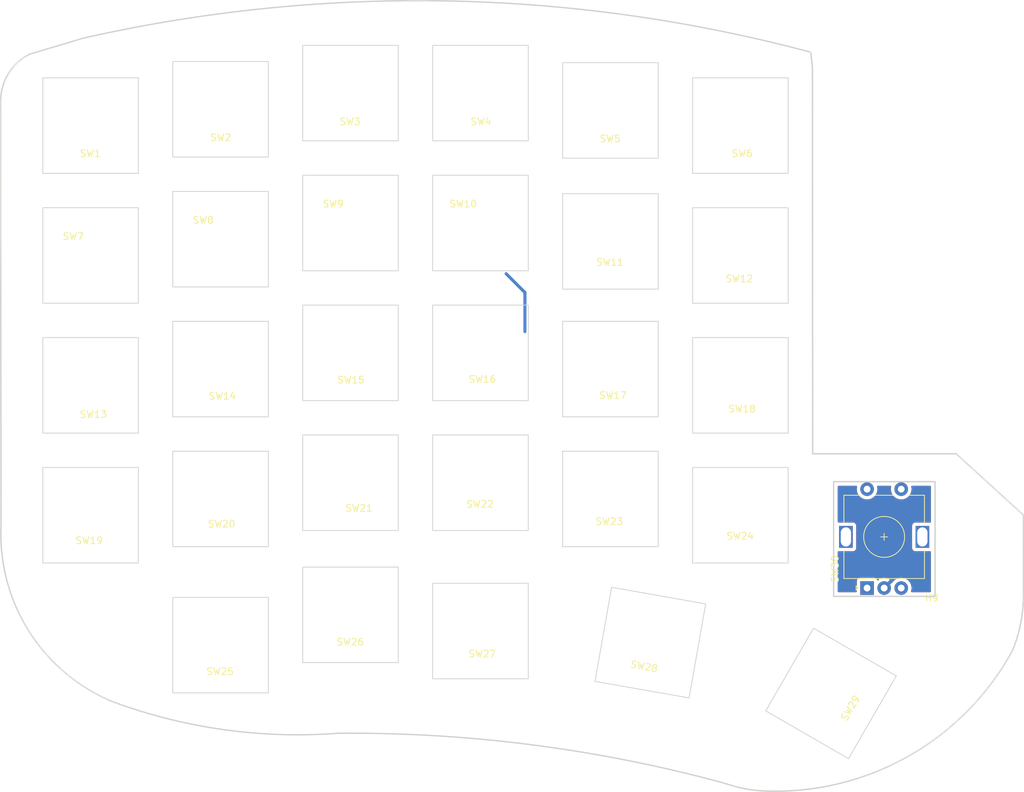
<source format=kicad_pcb>
(kicad_pcb (version 20171130) (host pcbnew 5.1.5+dfsg1-2build2)

  (general
    (thickness 1.6)
    (drawings 23)
    (tracks 2)
    (zones 0)
    (modules 35)
    (nets 7)
  )

  (page A4)
  (layers
    (0 F.Cu signal hide)
    (31 B.Cu signal hide)
    (32 B.Adhes user hide)
    (33 F.Adhes user hide)
    (34 B.Paste user hide)
    (35 F.Paste user hide)
    (36 B.SilkS user hide)
    (37 F.SilkS user hide)
    (38 B.Mask user hide)
    (39 F.Mask user hide)
    (40 Dwgs.User user hide)
    (41 Cmts.User user hide)
    (42 Eco1.User user hide)
    (43 Eco2.User user hide)
    (44 Edge.Cuts user)
    (45 Margin user hide)
    (46 B.CrtYd user hide)
    (47 F.CrtYd user hide)
    (48 B.Fab user hide)
    (49 F.Fab user hide)
  )

  (setup
    (last_trace_width 0.25)
    (user_trace_width 0.2)
    (user_trace_width 0.45)
    (trace_clearance 0.2)
    (zone_clearance 0.508)
    (zone_45_only no)
    (trace_min 0.2)
    (via_size 0.8)
    (via_drill 0.4)
    (via_min_size 0.4)
    (via_min_drill 0.3)
    (uvia_size 0.3)
    (uvia_drill 0.1)
    (uvias_allowed no)
    (uvia_min_size 0.2)
    (uvia_min_drill 0.1)
    (edge_width 0.05)
    (segment_width 0.2)
    (pcb_text_width 0.3)
    (pcb_text_size 1.5 1.5)
    (mod_edge_width 0.12)
    (mod_text_size 1 1)
    (mod_text_width 0.15)
    (pad_size 1.524 1.524)
    (pad_drill 0.762)
    (pad_to_mask_clearance 0.051)
    (solder_mask_min_width 0.25)
    (aux_axis_origin 0 0)
    (visible_elements FFFFFF7F)
    (pcbplotparams
      (layerselection 0x01000_7ffffffe)
      (usegerberextensions false)
      (usegerberattributes false)
      (usegerberadvancedattributes false)
      (creategerberjobfile false)
      (excludeedgelayer true)
      (linewidth 0.100000)
      (plotframeref false)
      (viasonmask false)
      (mode 1)
      (useauxorigin false)
      (hpglpennumber 1)
      (hpglpenspeed 20)
      (hpglpendiameter 15.000000)
      (psnegative false)
      (psa4output false)
      (plotreference true)
      (plotvalue true)
      (plotinvisibletext false)
      (padsonsilk false)
      (subtractmaskfromsilk false)
      (outputformat 4)
      (mirror false)
      (drillshape 0)
      (scaleselection 1)
      (outputdirectory "/home/thys/Public/"))
  )

  (net 0 "")
  (net 1 GND)
  (net 2 col3)
  (net 3 col5)
  (net 4 ROT1A)
  (net 5 ROT1B)
  (net 6 "Net-(D30-Pad2)")

  (net_class Default "This is the default net class."
    (clearance 0.2)
    (trace_width 0.25)
    (via_dia 0.8)
    (via_drill 0.4)
    (uvia_dia 0.3)
    (uvia_drill 0.1)
    (add_net GND)
    (add_net "Net-(D30-Pad2)")
    (add_net ROT1A)
    (add_net ROT1B)
    (add_net col3)
    (add_net col5)
  )

  (module MountingHole:MountingHole_3.2mm_M3 (layer F.Cu) (tedit 56D1B4CB) (tstamp 60088A2E)
    (at 93.878 82.6008)
    (descr "Mounting Hole 3.2mm, no annular, M3")
    (tags "mounting hole 3.2mm no annular m3")
    (path /5FCC98F9)
    (attr virtual)
    (fp_text reference H2 (at 0 -4.2) (layer F.SilkS) hide
      (effects (font (size 1 1) (thickness 0.15)))
    )
    (fp_text value MountingHole (at 0 4.2) (layer F.Fab)
      (effects (font (size 1 1) (thickness 0.15)))
    )
    (fp_circle (center 0 0) (end 3.45 0) (layer F.CrtYd) (width 0.05))
    (fp_circle (center 0 0) (end 3.2 0) (layer Cmts.User) (width 0.15))
    (fp_text user %R (at 0.3 0) (layer F.Fab)
      (effects (font (size 1 1) (thickness 0.15)))
    )
    (pad 1 np_thru_hole circle (at 0 0) (size 3.2 3.2) (drill 3.2) (layers *.Cu *.Mask))
  )

  (module MountingHole:MountingHole_3.2mm_M3 (layer F.Cu) (tedit 56D1B4CB) (tstamp 60088A6E)
    (at 131.064 83.4644)
    (descr "Mounting Hole 3.2mm, no annular, M3")
    (tags "mounting hole 3.2mm no annular m3")
    (path /5F2D6814)
    (attr virtual)
    (fp_text reference H6 (at 0 -4.2) (layer F.SilkS) hide
      (effects (font (size 1 1) (thickness 0.15)))
    )
    (fp_text value MountingHole (at 0 4.2) (layer F.Fab)
      (effects (font (size 1 1) (thickness 0.15)))
    )
    (fp_circle (center 0 0) (end 3.45 0) (layer F.CrtYd) (width 0.05))
    (fp_circle (center 0 0) (end 3.2 0) (layer Cmts.User) (width 0.15))
    (fp_text user %R (at 0.3 0) (layer F.Fab)
      (effects (font (size 1 1) (thickness 0.15)))
    )
    (pad 1 np_thru_hole circle (at 0 0) (size 3.2 3.2) (drill 3.2) (layers *.Cu *.Mask))
  )

  (module MountingHole:MountingHole_3.2mm_M3 (layer F.Cu) (tedit 56D1B4CB) (tstamp 601247D7)
    (at 172.491 109.652)
    (descr "Mounting Hole 3.2mm, no annular, M3")
    (tags "mounting hole 3.2mm no annular m3")
    (path /5FCC948E)
    (attr virtual)
    (fp_text reference H3 (at 0 -4.2) (layer F.SilkS) hide
      (effects (font (size 1 1) (thickness 0.15)))
    )
    (fp_text value MountingHole (at 0 4.2) (layer F.Fab)
      (effects (font (size 1 1) (thickness 0.15)))
    )
    (fp_circle (center 0 0) (end 3.45 0) (layer F.CrtYd) (width 0.05))
    (fp_circle (center 0 0) (end 3.2 0) (layer Cmts.User) (width 0.15))
    (fp_text user %R (at 0.3 0) (layer F.Fab)
      (effects (font (size 1 1) (thickness 0.15)))
    )
    (pad 1 np_thru_hole circle (at 0 0) (size 3.2 3.2) (drill 3.2) (layers *.Cu *.Mask))
  )

  (module Rotary_Encoder:RotaryEncoder_Alps_EC11E-Switch_Vertical_H20mm (layer F.Cu) (tedit 5A74C8CB) (tstamp 600A05FF)
    (at 178.765 126.67 90)
    (descr "Alps rotary encoder, EC12E... with switch, vertical shaft, http://www.alps.com/prod/info/E/HTML/Encoder/Incremental/EC11/EC11E15204A3.html")
    (tags "rotary encoder")
    (path /5FA58DF0)
    (fp_text reference SW30 (at 2.8 -4.7 90) (layer F.SilkS)
      (effects (font (size 1 1) (thickness 0.15)))
    )
    (fp_text value Rotary_Encoder_Switch (at 7.5 10.4 90) (layer F.Fab)
      (effects (font (size 1 1) (thickness 0.15)))
    )
    (fp_circle (center 7.5 2.5) (end 10.5 2.5) (layer F.Fab) (width 0.12))
    (fp_circle (center 7.5 2.5) (end 10.5 2.5) (layer F.SilkS) (width 0.12))
    (fp_line (start 16 9.6) (end -1.5 9.6) (layer F.CrtYd) (width 0.05))
    (fp_line (start 16 9.6) (end 16 -4.6) (layer F.CrtYd) (width 0.05))
    (fp_line (start -1.5 -4.6) (end -1.5 9.6) (layer F.CrtYd) (width 0.05))
    (fp_line (start -1.5 -4.6) (end 16 -4.6) (layer F.CrtYd) (width 0.05))
    (fp_line (start 2.5 -3.3) (end 13.5 -3.3) (layer F.Fab) (width 0.12))
    (fp_line (start 13.5 -3.3) (end 13.5 8.3) (layer F.Fab) (width 0.12))
    (fp_line (start 13.5 8.3) (end 1.5 8.3) (layer F.Fab) (width 0.12))
    (fp_line (start 1.5 8.3) (end 1.5 -2.2) (layer F.Fab) (width 0.12))
    (fp_line (start 1.5 -2.2) (end 2.5 -3.3) (layer F.Fab) (width 0.12))
    (fp_line (start 9.5 -3.4) (end 13.6 -3.4) (layer F.SilkS) (width 0.12))
    (fp_line (start 13.6 8.4) (end 9.5 8.4) (layer F.SilkS) (width 0.12))
    (fp_line (start 5.5 8.4) (end 1.4 8.4) (layer F.SilkS) (width 0.12))
    (fp_line (start 5.5 -3.4) (end 1.4 -3.4) (layer F.SilkS) (width 0.12))
    (fp_line (start 1.4 -3.4) (end 1.4 8.4) (layer F.SilkS) (width 0.12))
    (fp_line (start 0 -1.3) (end -0.3 -1.6) (layer F.SilkS) (width 0.12))
    (fp_line (start -0.3 -1.6) (end 0.3 -1.6) (layer F.SilkS) (width 0.12))
    (fp_line (start 0.3 -1.6) (end 0 -1.3) (layer F.SilkS) (width 0.12))
    (fp_line (start 7.5 -0.5) (end 7.5 5.5) (layer F.Fab) (width 0.12))
    (fp_line (start 4.5 2.5) (end 10.5 2.5) (layer F.Fab) (width 0.12))
    (fp_line (start 13.6 -3.4) (end 13.6 -1) (layer F.SilkS) (width 0.12))
    (fp_line (start 13.6 1.2) (end 13.6 3.8) (layer F.SilkS) (width 0.12))
    (fp_line (start 13.6 6) (end 13.6 8.4) (layer F.SilkS) (width 0.12))
    (fp_line (start 7.5 2) (end 7.5 3) (layer F.SilkS) (width 0.12))
    (fp_line (start 7 2.5) (end 8 2.5) (layer F.SilkS) (width 0.12))
    (fp_text user %R (at 11.1 6.3 90) (layer F.Fab)
      (effects (font (size 1 1) (thickness 0.15)))
    )
    (pad A thru_hole rect (at 0 0 90) (size 2 2) (drill 1) (layers *.Cu *.Mask)
      (net 4 ROT1A))
    (pad C thru_hole circle (at 0 2.5 90) (size 2 2) (drill 1) (layers *.Cu *.Mask)
      (net 1 GND))
    (pad B thru_hole circle (at 0 5 90) (size 2 2) (drill 1) (layers *.Cu *.Mask)
      (net 5 ROT1B))
    (pad MP thru_hole rect (at 7.5 -3.1 90) (size 3.2 2) (drill oval 2.8 1.5) (layers *.Cu *.Mask))
    (pad MP thru_hole rect (at 7.5 8.1 90) (size 3.2 2) (drill oval 2.8 1.5) (layers *.Cu *.Mask))
    (pad S2 thru_hole circle (at 14.5 0 90) (size 2 2) (drill 1) (layers *.Cu *.Mask)
      (net 3 col5))
    (pad S1 thru_hole circle (at 14.5 5 90) (size 2 2) (drill 1) (layers *.Cu *.Mask)
      (net 6 "Net-(D30-Pad2)"))
    (model ${KISYS3DMOD}/Rotary_Encoder.3dshapes/RotaryEncoder_Alps_EC11E-Switch_Vertical_H20mm.wrl
      (at (xyz 0 0 0))
      (scale (xyz 1 1 1))
      (rotate (xyz 0 0 0))
    )
  )

  (module foostan:SW_Hole (layer F.Cu) (tedit 5F1B7F65) (tstamp 600A0B75)
    (at 65.009 58.8726)
    (path /5F1DDE0C)
    (fp_text reference SW1 (at -0.0358 4.094) (layer F.SilkS)
      (effects (font (size 1 1) (thickness 0.15)))
    )
    (fp_text value ESC (at -2.54 12.954) (layer F.Fab)
      (effects (font (size 1 1) (thickness 0.15)))
    )
    (fp_line (start 7 -7) (end -7 -7) (layer Edge.Cuts) (width 0.12))
    (fp_line (start 7 7) (end 7 -7) (layer Edge.Cuts) (width 0.12))
    (fp_line (start -7 7) (end 7 7) (layer Edge.Cuts) (width 0.12))
    (fp_line (start -7 -7) (end -7 7) (layer Edge.Cuts) (width 0.12))
    (fp_line (start 9.525 -9.525) (end -9.525 -9.525) (layer F.Fab) (width 0.15))
    (fp_line (start -9.525 -9.525) (end -9.525 9.525) (layer F.Fab) (width 0.15))
    (fp_line (start -9.525 9.525) (end 9.525 9.525) (layer F.Fab) (width 0.15))
    (fp_line (start 9.525 9.525) (end 9.525 -9.525) (layer F.Fab) (width 0.15))
    (fp_text user %R (at -2.54 -2.794) (layer F.Fab)
      (effects (font (size 1 1) (thickness 0.15)))
    )
  )

  (module foostan:SW_Hole (layer F.Cu) (tedit 5F1B7F65) (tstamp 600A078E)
    (at 173.482 142.113 60)
    (path /601D1E48)
    (fp_text reference SW29 (at -0.447349 3.543169 60) (layer F.SilkS)
      (effects (font (size 1 1) (thickness 0.15)))
    )
    (fp_text value C (at -2.54 12.954 60) (layer F.Fab)
      (effects (font (size 1 1) (thickness 0.15)))
    )
    (fp_line (start 7 -7) (end -7 -7) (layer Edge.Cuts) (width 0.12))
    (fp_line (start 7 7) (end 7 -7) (layer Edge.Cuts) (width 0.12))
    (fp_line (start -7 7) (end 7 7) (layer Edge.Cuts) (width 0.12))
    (fp_line (start -7 -7) (end -7 7) (layer Edge.Cuts) (width 0.12))
    (fp_line (start 9.525 -9.525) (end -9.525 -9.525) (layer F.Fab) (width 0.15))
    (fp_line (start -9.525 -9.525) (end -9.525 9.525) (layer F.Fab) (width 0.15))
    (fp_line (start -9.525 9.525) (end 9.525 9.525) (layer F.Fab) (width 0.15))
    (fp_line (start 9.525 9.525) (end 9.525 -9.525) (layer F.Fab) (width 0.15))
    (fp_text user %R (at -2.54 -2.794 60) (layer F.Fab)
      (effects (font (size 1 1) (thickness 0.15)))
    )
  )

  (module foostan:SW_Hole (layer F.Cu) (tedit 5F1B7F65) (tstamp 600A07D9)
    (at 147.015 134.671 350)
    (path /601D16BF)
    (fp_text reference SW28 (at -0.291674 3.6105 170) (layer F.SilkS)
      (effects (font (size 1 1) (thickness 0.15)))
    )
    (fp_text value X (at -2.54 12.954 170) (layer F.Fab)
      (effects (font (size 1 1) (thickness 0.15)))
    )
    (fp_line (start 7 -7) (end -7 -7) (layer Edge.Cuts) (width 0.12))
    (fp_line (start 7 7) (end 7 -7) (layer Edge.Cuts) (width 0.12))
    (fp_line (start -7 7) (end 7 7) (layer Edge.Cuts) (width 0.12))
    (fp_line (start -7 -7) (end -7 7) (layer Edge.Cuts) (width 0.12))
    (fp_line (start 9.525 -9.525) (end -9.525 -9.525) (layer F.Fab) (width 0.15))
    (fp_line (start -9.525 -9.525) (end -9.525 9.525) (layer F.Fab) (width 0.15))
    (fp_line (start -9.525 9.525) (end 9.525 9.525) (layer F.Fab) (width 0.15))
    (fp_line (start 9.525 9.525) (end 9.525 -9.525) (layer F.Fab) (width 0.15))
    (fp_text user %R (at -2.54 -2.794 170) (layer F.Fab)
      (effects (font (size 1 1) (thickness 0.15)))
    )
  )

  (module foostan:SW_Hole (layer F.Cu) (tedit 5F1B7F65) (tstamp 600A0743)
    (at 122.129 132.973)
    (path /5F1EF16D)
    (fp_text reference SW27 (at 0.2482 3.3488) (layer F.SilkS)
      (effects (font (size 1 1) (thickness 0.15)))
    )
    (fp_text value ALT (at -2.54 12.954) (layer F.Fab)
      (effects (font (size 1 1) (thickness 0.15)))
    )
    (fp_line (start 7 -7) (end -7 -7) (layer Edge.Cuts) (width 0.12))
    (fp_line (start 7 7) (end 7 -7) (layer Edge.Cuts) (width 0.12))
    (fp_line (start -7 7) (end 7 7) (layer Edge.Cuts) (width 0.12))
    (fp_line (start -7 -7) (end -7 7) (layer Edge.Cuts) (width 0.12))
    (fp_line (start 9.525 -9.525) (end -9.525 -9.525) (layer F.Fab) (width 0.15))
    (fp_line (start -9.525 -9.525) (end -9.525 9.525) (layer F.Fab) (width 0.15))
    (fp_line (start -9.525 9.525) (end 9.525 9.525) (layer F.Fab) (width 0.15))
    (fp_line (start 9.525 9.525) (end 9.525 -9.525) (layer F.Fab) (width 0.15))
    (fp_text user %R (at -2.54 -2.794) (layer F.Fab)
      (effects (font (size 1 1) (thickness 0.15)))
    )
  )

  (module foostan:SW_Hole (layer F.Cu) (tedit 5F1B7F65) (tstamp 600A0CA1)
    (at 103.089 130.593)
    (path /5F1EB752)
    (fp_text reference SW26 (at -0.0412 4.0016) (layer F.SilkS)
      (effects (font (size 1 1) (thickness 0.15)))
    )
    (fp_text value SUPER (at -2.54 12.954) (layer F.Fab)
      (effects (font (size 1 1) (thickness 0.15)))
    )
    (fp_line (start 7 -7) (end -7 -7) (layer Edge.Cuts) (width 0.12))
    (fp_line (start 7 7) (end 7 -7) (layer Edge.Cuts) (width 0.12))
    (fp_line (start -7 7) (end 7 7) (layer Edge.Cuts) (width 0.12))
    (fp_line (start -7 -7) (end -7 7) (layer Edge.Cuts) (width 0.12))
    (fp_line (start 9.525 -9.525) (end -9.525 -9.525) (layer F.Fab) (width 0.15))
    (fp_line (start -9.525 -9.525) (end -9.525 9.525) (layer F.Fab) (width 0.15))
    (fp_line (start -9.525 9.525) (end 9.525 9.525) (layer F.Fab) (width 0.15))
    (fp_line (start 9.525 9.525) (end 9.525 -9.525) (layer F.Fab) (width 0.15))
    (fp_text user %R (at -2.54 -2.794) (layer F.Fab)
      (effects (font (size 1 1) (thickness 0.15)))
    )
  )

  (module foostan:SW_Hole (layer F.Cu) (tedit 5F1B7F65) (tstamp 600A05A8)
    (at 84.049 135.033)
    (path /5F1E0EE4)
    (fp_text reference SW25 (at -0.0766 3.8796) (layer F.SilkS)
      (effects (font (size 1 1) (thickness 0.15)))
    )
    (fp_text value CTRL (at -2.54 12.954) (layer F.Fab)
      (effects (font (size 1 1) (thickness 0.15)))
    )
    (fp_line (start 7 -7) (end -7 -7) (layer Edge.Cuts) (width 0.12))
    (fp_line (start 7 7) (end 7 -7) (layer Edge.Cuts) (width 0.12))
    (fp_line (start -7 7) (end 7 7) (layer Edge.Cuts) (width 0.12))
    (fp_line (start -7 -7) (end -7 7) (layer Edge.Cuts) (width 0.12))
    (fp_line (start 9.525 -9.525) (end -9.525 -9.525) (layer F.Fab) (width 0.15))
    (fp_line (start -9.525 -9.525) (end -9.525 9.525) (layer F.Fab) (width 0.15))
    (fp_line (start -9.525 9.525) (end 9.525 9.525) (layer F.Fab) (width 0.15))
    (fp_line (start 9.525 9.525) (end 9.525 -9.525) (layer F.Fab) (width 0.15))
    (fp_text user %R (at -2.54 -2.794) (layer F.Fab)
      (effects (font (size 1 1) (thickness 0.15)))
    )
  )

  (module foostan:SW_Hole (layer F.Cu) (tedit 5F1B7F65) (tstamp 600A04C7)
    (at 160.209 115.993)
    (path /5F1F4F57)
    (fp_text reference SW24 (at -0.0366 3.0568) (layer F.SilkS)
      (effects (font (size 1 1) (thickness 0.15)))
    )
    (fp_text value V (at -2.54 12.954) (layer F.Fab)
      (effects (font (size 1 1) (thickness 0.15)))
    )
    (fp_line (start 7 -7) (end -7 -7) (layer Edge.Cuts) (width 0.12))
    (fp_line (start 7 7) (end 7 -7) (layer Edge.Cuts) (width 0.12))
    (fp_line (start -7 7) (end 7 7) (layer Edge.Cuts) (width 0.12))
    (fp_line (start -7 -7) (end -7 7) (layer Edge.Cuts) (width 0.12))
    (fp_line (start 9.525 -9.525) (end -9.525 -9.525) (layer F.Fab) (width 0.15))
    (fp_line (start -9.525 -9.525) (end -9.525 9.525) (layer F.Fab) (width 0.15))
    (fp_line (start -9.525 9.525) (end 9.525 9.525) (layer F.Fab) (width 0.15))
    (fp_line (start 9.525 9.525) (end 9.525 -9.525) (layer F.Fab) (width 0.15))
    (fp_text user %R (at -2.54 -2.794) (layer F.Fab)
      (effects (font (size 1 1) (thickness 0.15)))
    )
  )

  (module foostan:SW_Hole (layer F.Cu) (tedit 5F1B7F65) (tstamp 600A047C)
    (at 141.169 113.613)
    (path /5F1F31F3)
    (fp_text reference SW23 (at -0.1736 3.3032) (layer F.SilkS)
      (effects (font (size 1 1) (thickness 0.15)))
    )
    (fp_text value C (at -2.54 12.954) (layer F.Fab)
      (effects (font (size 1 1) (thickness 0.15)))
    )
    (fp_line (start 7 -7) (end -7 -7) (layer Edge.Cuts) (width 0.12))
    (fp_line (start 7 7) (end 7 -7) (layer Edge.Cuts) (width 0.12))
    (fp_line (start -7 7) (end 7 7) (layer Edge.Cuts) (width 0.12))
    (fp_line (start -7 -7) (end -7 7) (layer Edge.Cuts) (width 0.12))
    (fp_line (start 9.525 -9.525) (end -9.525 -9.525) (layer F.Fab) (width 0.15))
    (fp_line (start -9.525 -9.525) (end -9.525 9.525) (layer F.Fab) (width 0.15))
    (fp_line (start -9.525 9.525) (end 9.525 9.525) (layer F.Fab) (width 0.15))
    (fp_line (start 9.525 9.525) (end 9.525 -9.525) (layer F.Fab) (width 0.15))
    (fp_text user %R (at -2.54 -2.794) (layer F.Fab)
      (effects (font (size 1 1) (thickness 0.15)))
    )
  )

  (module foostan:SW_Hole (layer F.Cu) (tedit 5F1B7F65) (tstamp 600A0512)
    (at 122.129 111.233)
    (path /5F1F152F)
    (fp_text reference SW22 (at -0.082 3.1432) (layer F.SilkS)
      (effects (font (size 1 1) (thickness 0.15)))
    )
    (fp_text value X (at -2.54 12.954) (layer F.Fab)
      (effects (font (size 1 1) (thickness 0.15)))
    )
    (fp_line (start 7 -7) (end -7 -7) (layer Edge.Cuts) (width 0.12))
    (fp_line (start 7 7) (end 7 -7) (layer Edge.Cuts) (width 0.12))
    (fp_line (start -7 7) (end 7 7) (layer Edge.Cuts) (width 0.12))
    (fp_line (start -7 -7) (end -7 7) (layer Edge.Cuts) (width 0.12))
    (fp_line (start 9.525 -9.525) (end -9.525 -9.525) (layer F.Fab) (width 0.15))
    (fp_line (start -9.525 -9.525) (end -9.525 9.525) (layer F.Fab) (width 0.15))
    (fp_line (start -9.525 9.525) (end 9.525 9.525) (layer F.Fab) (width 0.15))
    (fp_line (start 9.525 9.525) (end 9.525 -9.525) (layer F.Fab) (width 0.15))
    (fp_text user %R (at -2.54 -2.794) (layer F.Fab)
      (effects (font (size 1 1) (thickness 0.15)))
    )
  )

  (module foostan:SW_Hole (layer F.Cu) (tedit 5F1B7F65) (tstamp 600A06AD)
    (at 103.089 111.233)
    (path /5F1EF167)
    (fp_text reference SW21 (at 1.2288 3.7274) (layer F.SilkS)
      (effects (font (size 1 1) (thickness 0.15)))
    )
    (fp_text value Z (at -2.54 12.954) (layer F.Fab)
      (effects (font (size 1 1) (thickness 0.15)))
    )
    (fp_line (start 7 -7) (end -7 -7) (layer Edge.Cuts) (width 0.12))
    (fp_line (start 7 7) (end 7 -7) (layer Edge.Cuts) (width 0.12))
    (fp_line (start -7 7) (end 7 7) (layer Edge.Cuts) (width 0.12))
    (fp_line (start -7 -7) (end -7 7) (layer Edge.Cuts) (width 0.12))
    (fp_line (start 9.525 -9.525) (end -9.525 -9.525) (layer F.Fab) (width 0.15))
    (fp_line (start -9.525 -9.525) (end -9.525 9.525) (layer F.Fab) (width 0.15))
    (fp_line (start -9.525 9.525) (end 9.525 9.525) (layer F.Fab) (width 0.15))
    (fp_line (start 9.525 9.525) (end 9.525 -9.525) (layer F.Fab) (width 0.15))
    (fp_text user %R (at -2.54 -2.794) (layer F.Fab)
      (effects (font (size 1 1) (thickness 0.15)))
    )
  )

  (module foostan:SW_Hole (layer F.Cu) (tedit 5F1B7F65) (tstamp 600A0905)
    (at 84.049 113.613)
    (path /5F1EB74C)
    (fp_text reference SW20 (at 0.152 3.6588) (layer F.SilkS)
      (effects (font (size 1 1) (thickness 0.15)))
    )
    (fp_text value < (at -2.54 12.954) (layer F.Fab)
      (effects (font (size 1 1) (thickness 0.15)))
    )
    (fp_line (start 7 -7) (end -7 -7) (layer Edge.Cuts) (width 0.12))
    (fp_line (start 7 7) (end 7 -7) (layer Edge.Cuts) (width 0.12))
    (fp_line (start -7 7) (end 7 7) (layer Edge.Cuts) (width 0.12))
    (fp_line (start -7 -7) (end -7 7) (layer Edge.Cuts) (width 0.12))
    (fp_line (start 9.525 -9.525) (end -9.525 -9.525) (layer F.Fab) (width 0.15))
    (fp_line (start -9.525 -9.525) (end -9.525 9.525) (layer F.Fab) (width 0.15))
    (fp_line (start -9.525 9.525) (end 9.525 9.525) (layer F.Fab) (width 0.15))
    (fp_line (start 9.525 9.525) (end 9.525 -9.525) (layer F.Fab) (width 0.15))
    (fp_text user %R (at -2.54 -2.794) (layer F.Fab)
      (effects (font (size 1 1) (thickness 0.15)))
    )
  )

  (module foostan:SW_Hole (layer F.Cu) (tedit 5F1B7F65) (tstamp 600A0D37)
    (at 65.009 115.993)
    (path /5F1E0C41)
    (fp_text reference SW19 (at -0.2136 3.7172) (layer F.SilkS)
      (effects (font (size 1 1) (thickness 0.15)))
    )
    (fp_text value SHIFT (at -2.54 12.954) (layer F.Fab)
      (effects (font (size 1 1) (thickness 0.15)))
    )
    (fp_line (start 7 -7) (end -7 -7) (layer Edge.Cuts) (width 0.12))
    (fp_line (start 7 7) (end 7 -7) (layer Edge.Cuts) (width 0.12))
    (fp_line (start -7 7) (end 7 7) (layer Edge.Cuts) (width 0.12))
    (fp_line (start -7 -7) (end -7 7) (layer Edge.Cuts) (width 0.12))
    (fp_line (start 9.525 -9.525) (end -9.525 -9.525) (layer F.Fab) (width 0.15))
    (fp_line (start -9.525 -9.525) (end -9.525 9.525) (layer F.Fab) (width 0.15))
    (fp_line (start -9.525 9.525) (end 9.525 9.525) (layer F.Fab) (width 0.15))
    (fp_line (start 9.525 9.525) (end 9.525 -9.525) (layer F.Fab) (width 0.15))
    (fp_text user %R (at -2.54 -2.794) (layer F.Fab)
      (effects (font (size 1 1) (thickness 0.15)))
    )
  )

  (module foostan:SW_Hole (layer F.Cu) (tedit 5F1B7F65) (tstamp 600A0B2A)
    (at 160.209 96.9526)
    (path /5F1F4F51)
    (fp_text reference SW18 (at 0.2428 3.4536) (layer F.SilkS)
      (effects (font (size 1 1) (thickness 0.15)))
    )
    (fp_text value G (at -2.54 12.954) (layer F.Fab)
      (effects (font (size 1 1) (thickness 0.15)))
    )
    (fp_line (start 7 -7) (end -7 -7) (layer Edge.Cuts) (width 0.12))
    (fp_line (start 7 7) (end 7 -7) (layer Edge.Cuts) (width 0.12))
    (fp_line (start -7 7) (end 7 7) (layer Edge.Cuts) (width 0.12))
    (fp_line (start -7 -7) (end -7 7) (layer Edge.Cuts) (width 0.12))
    (fp_line (start 9.525 -9.525) (end -9.525 -9.525) (layer F.Fab) (width 0.15))
    (fp_line (start -9.525 -9.525) (end -9.525 9.525) (layer F.Fab) (width 0.15))
    (fp_line (start -9.525 9.525) (end 9.525 9.525) (layer F.Fab) (width 0.15))
    (fp_line (start 9.525 9.525) (end 9.525 -9.525) (layer F.Fab) (width 0.15))
    (fp_text user %R (at -2.54 -2.794) (layer F.Fab)
      (effects (font (size 1 1) (thickness 0.15)))
    )
  )

  (module foostan:SW_Hole (layer F.Cu) (tedit 5F1B7F65) (tstamp 600A086F)
    (at 141.169 94.5726)
    (path /5F1F31ED)
    (fp_text reference SW17 (at 0.3598 3.8524) (layer F.SilkS)
      (effects (font (size 1 1) (thickness 0.15)))
    )
    (fp_text value F (at -2.54 12.954) (layer F.Fab)
      (effects (font (size 1 1) (thickness 0.15)))
    )
    (fp_line (start 7 -7) (end -7 -7) (layer Edge.Cuts) (width 0.12))
    (fp_line (start 7 7) (end 7 -7) (layer Edge.Cuts) (width 0.12))
    (fp_line (start -7 7) (end 7 7) (layer Edge.Cuts) (width 0.12))
    (fp_line (start -7 -7) (end -7 7) (layer Edge.Cuts) (width 0.12))
    (fp_line (start 9.525 -9.525) (end -9.525 -9.525) (layer F.Fab) (width 0.15))
    (fp_line (start -9.525 -9.525) (end -9.525 9.525) (layer F.Fab) (width 0.15))
    (fp_line (start -9.525 9.525) (end 9.525 9.525) (layer F.Fab) (width 0.15))
    (fp_line (start 9.525 9.525) (end 9.525 -9.525) (layer F.Fab) (width 0.15))
    (fp_text user %R (at -2.54 -2.794) (layer F.Fab)
      (effects (font (size 1 1) (thickness 0.15)))
    )
  )

  (module foostan:SW_Hole (layer F.Cu) (tedit 5F1B7F65) (tstamp 600A0950)
    (at 122.129 92.1926)
    (path /5F1F1529)
    (fp_text reference SW16 (at 0.2736 3.8702) (layer F.SilkS)
      (effects (font (size 1 1) (thickness 0.15)))
    )
    (fp_text value D (at -2.54 12.954) (layer F.Fab)
      (effects (font (size 1 1) (thickness 0.15)))
    )
    (fp_line (start 7 -7) (end -7 -7) (layer Edge.Cuts) (width 0.12))
    (fp_line (start 7 7) (end 7 -7) (layer Edge.Cuts) (width 0.12))
    (fp_line (start -7 7) (end 7 7) (layer Edge.Cuts) (width 0.12))
    (fp_line (start -7 -7) (end -7 7) (layer Edge.Cuts) (width 0.12))
    (fp_line (start 9.525 -9.525) (end -9.525 -9.525) (layer F.Fab) (width 0.15))
    (fp_line (start -9.525 -9.525) (end -9.525 9.525) (layer F.Fab) (width 0.15))
    (fp_line (start -9.525 9.525) (end 9.525 9.525) (layer F.Fab) (width 0.15))
    (fp_line (start 9.525 9.525) (end 9.525 -9.525) (layer F.Fab) (width 0.15))
    (fp_text user %R (at -2.54 -2.794) (layer F.Fab)
      (effects (font (size 1 1) (thickness 0.15)))
    )
  )

  (module foostan:SW_Hole (layer F.Cu) (tedit 5F1B7F65) (tstamp 600A0C56)
    (at 103.089 92.1926)
    (path /5F1EF161)
    (fp_text reference SW15 (at 0.0604 3.9718) (layer F.SilkS)
      (effects (font (size 1 1) (thickness 0.15)))
    )
    (fp_text value S (at -2.54 12.954) (layer F.Fab)
      (effects (font (size 1 1) (thickness 0.15)))
    )
    (fp_line (start 7 -7) (end -7 -7) (layer Edge.Cuts) (width 0.12))
    (fp_line (start 7 7) (end 7 -7) (layer Edge.Cuts) (width 0.12))
    (fp_line (start -7 7) (end 7 7) (layer Edge.Cuts) (width 0.12))
    (fp_line (start -7 -7) (end -7 7) (layer Edge.Cuts) (width 0.12))
    (fp_line (start 9.525 -9.525) (end -9.525 -9.525) (layer F.Fab) (width 0.15))
    (fp_line (start -9.525 -9.525) (end -9.525 9.525) (layer F.Fab) (width 0.15))
    (fp_line (start -9.525 9.525) (end 9.525 9.525) (layer F.Fab) (width 0.15))
    (fp_line (start 9.525 9.525) (end 9.525 -9.525) (layer F.Fab) (width 0.15))
    (fp_text user %R (at -2.54 -2.794) (layer F.Fab)
      (effects (font (size 1 1) (thickness 0.15)))
    )
  )

  (module foostan:SW_Hole (layer F.Cu) (tedit 5F1B7F65) (tstamp 600A0C0B)
    (at 84.049 94.5726)
    (path /5F1EB746)
    (fp_text reference SW14 (at 0.279 3.954) (layer F.SilkS)
      (effects (font (size 1 1) (thickness 0.15)))
    )
    (fp_text value A (at -2.54 12.954) (layer F.Fab)
      (effects (font (size 1 1) (thickness 0.15)))
    )
    (fp_line (start 7 -7) (end -7 -7) (layer Edge.Cuts) (width 0.12))
    (fp_line (start 7 7) (end 7 -7) (layer Edge.Cuts) (width 0.12))
    (fp_line (start -7 7) (end 7 7) (layer Edge.Cuts) (width 0.12))
    (fp_line (start -7 -7) (end -7 7) (layer Edge.Cuts) (width 0.12))
    (fp_line (start 9.525 -9.525) (end -9.525 -9.525) (layer F.Fab) (width 0.15))
    (fp_line (start -9.525 -9.525) (end -9.525 9.525) (layer F.Fab) (width 0.15))
    (fp_line (start -9.525 9.525) (end 9.525 9.525) (layer F.Fab) (width 0.15))
    (fp_line (start 9.525 9.525) (end 9.525 -9.525) (layer F.Fab) (width 0.15))
    (fp_text user %R (at -2.54 -2.794) (layer F.Fab)
      (effects (font (size 1 1) (thickness 0.15)))
    )
  )

  (module foostan:SW_Hole (layer F.Cu) (tedit 5F1B7F65) (tstamp 600A0824)
    (at 65.009 96.9526)
    (path /5FE80112)
    (fp_text reference SW13 (at 0.4214 4.2664) (layer F.SilkS)
      (effects (font (size 1 1) (thickness 0.15)))
    )
    (fp_text value CAPS (at -2.54 12.954) (layer F.Fab)
      (effects (font (size 1 1) (thickness 0.15)))
    )
    (fp_line (start 7 -7) (end -7 -7) (layer Edge.Cuts) (width 0.12))
    (fp_line (start 7 7) (end 7 -7) (layer Edge.Cuts) (width 0.12))
    (fp_line (start -7 7) (end 7 7) (layer Edge.Cuts) (width 0.12))
    (fp_line (start -7 -7) (end -7 7) (layer Edge.Cuts) (width 0.12))
    (fp_line (start 9.525 -9.525) (end -9.525 -9.525) (layer F.Fab) (width 0.15))
    (fp_line (start -9.525 -9.525) (end -9.525 9.525) (layer F.Fab) (width 0.15))
    (fp_line (start -9.525 9.525) (end 9.525 9.525) (layer F.Fab) (width 0.15))
    (fp_line (start 9.525 9.525) (end 9.525 -9.525) (layer F.Fab) (width 0.15))
    (fp_text user %R (at -2.54 -2.794) (layer F.Fab)
      (effects (font (size 1 1) (thickness 0.15)))
    )
  )

  (module foostan:SW_Hole (layer F.Cu) (tedit 5F1B7F65) (tstamp 600A06F8)
    (at 160.209 77.9126)
    (path /5F1F87E1)
    (fp_text reference SW12 (at -0.1636 3.4182) (layer F.SilkS)
      (effects (font (size 1 1) (thickness 0.15)))
    )
    (fp_text value T (at -2.54 12.954) (layer F.Fab)
      (effects (font (size 1 1) (thickness 0.15)))
    )
    (fp_line (start 7 -7) (end -7 -7) (layer Edge.Cuts) (width 0.12))
    (fp_line (start 7 7) (end 7 -7) (layer Edge.Cuts) (width 0.12))
    (fp_line (start -7 7) (end 7 7) (layer Edge.Cuts) (width 0.12))
    (fp_line (start -7 -7) (end -7 7) (layer Edge.Cuts) (width 0.12))
    (fp_line (start 9.525 -9.525) (end -9.525 -9.525) (layer F.Fab) (width 0.15))
    (fp_line (start -9.525 -9.525) (end -9.525 9.525) (layer F.Fab) (width 0.15))
    (fp_line (start -9.525 9.525) (end 9.525 9.525) (layer F.Fab) (width 0.15))
    (fp_line (start 9.525 9.525) (end 9.525 -9.525) (layer F.Fab) (width 0.15))
    (fp_text user %R (at -2.54 -2.794) (layer F.Fab)
      (effects (font (size 1 1) (thickness 0.15)))
    )
  )

  (module foostan:SW_Hole (layer F.Cu) (tedit 5F1B7F65) (tstamp 600A099B)
    (at 141.169 75.8526)
    (path /5F1F4F4B)
    (fp_text reference SW11 (at -0.072 3.0652) (layer F.SilkS)
      (effects (font (size 1 1) (thickness 0.15)))
    )
    (fp_text value R (at -2.54 12.954) (layer F.Fab)
      (effects (font (size 1 1) (thickness 0.15)))
    )
    (fp_line (start 7 -7) (end -7 -7) (layer Edge.Cuts) (width 0.12))
    (fp_line (start 7 7) (end 7 -7) (layer Edge.Cuts) (width 0.12))
    (fp_line (start -7 7) (end 7 7) (layer Edge.Cuts) (width 0.12))
    (fp_line (start -7 -7) (end -7 7) (layer Edge.Cuts) (width 0.12))
    (fp_line (start 9.525 -9.525) (end -9.525 -9.525) (layer F.Fab) (width 0.15))
    (fp_line (start -9.525 -9.525) (end -9.525 9.525) (layer F.Fab) (width 0.15))
    (fp_line (start -9.525 9.525) (end 9.525 9.525) (layer F.Fab) (width 0.15))
    (fp_line (start 9.525 9.525) (end 9.525 -9.525) (layer F.Fab) (width 0.15))
    (fp_text user %R (at -2.54 -2.794) (layer F.Fab)
      (effects (font (size 1 1) (thickness 0.15)))
    )
  )

  (module foostan:SW_Hole (layer F.Cu) (tedit 5F1B7F65) (tstamp 600A08BA)
    (at 122.129 73.1526)
    (path /5F1F31E7)
    (fp_text reference SW10 (at -2.54 -2.794) (layer F.SilkS)
      (effects (font (size 1 1) (thickness 0.15)))
    )
    (fp_text value E (at -2.54 12.954) (layer F.Fab)
      (effects (font (size 1 1) (thickness 0.15)))
    )
    (fp_line (start 7 -7) (end -7 -7) (layer Edge.Cuts) (width 0.12))
    (fp_line (start 7 7) (end 7 -7) (layer Edge.Cuts) (width 0.12))
    (fp_line (start -7 7) (end 7 7) (layer Edge.Cuts) (width 0.12))
    (fp_line (start -7 -7) (end -7 7) (layer Edge.Cuts) (width 0.12))
    (fp_line (start 9.525 -9.525) (end -9.525 -9.525) (layer F.Fab) (width 0.15))
    (fp_line (start -9.525 -9.525) (end -9.525 9.525) (layer F.Fab) (width 0.15))
    (fp_line (start -9.525 9.525) (end 9.525 9.525) (layer F.Fab) (width 0.15))
    (fp_line (start 9.525 9.525) (end 9.525 -9.525) (layer F.Fab) (width 0.15))
    (fp_text user %R (at -2.54 -2.794) (layer F.Fab)
      (effects (font (size 1 1) (thickness 0.15)))
    )
  )

  (module foostan:SW_Hole (layer F.Cu) (tedit 5F1B7F65) (tstamp 600A09E6)
    (at 103.089 73.1526)
    (path /5F1F1523)
    (fp_text reference SW9 (at -2.54 -2.794) (layer F.SilkS)
      (effects (font (size 1 1) (thickness 0.15)))
    )
    (fp_text value W (at -2.54 12.954) (layer F.Fab)
      (effects (font (size 1 1) (thickness 0.15)))
    )
    (fp_line (start 7 -7) (end -7 -7) (layer Edge.Cuts) (width 0.12))
    (fp_line (start 7 7) (end 7 -7) (layer Edge.Cuts) (width 0.12))
    (fp_line (start -7 7) (end 7 7) (layer Edge.Cuts) (width 0.12))
    (fp_line (start -7 -7) (end -7 7) (layer Edge.Cuts) (width 0.12))
    (fp_line (start 9.525 -9.525) (end -9.525 -9.525) (layer F.Fab) (width 0.15))
    (fp_line (start -9.525 -9.525) (end -9.525 9.525) (layer F.Fab) (width 0.15))
    (fp_line (start -9.525 9.525) (end 9.525 9.525) (layer F.Fab) (width 0.15))
    (fp_line (start 9.525 9.525) (end 9.525 -9.525) (layer F.Fab) (width 0.15))
    (fp_text user %R (at -2.54 -2.794) (layer F.Fab)
      (effects (font (size 1 1) (thickness 0.15)))
    )
  )

  (module foostan:SW_Hole (layer F.Cu) (tedit 5F1B7F65) (tstamp 600A0CEC)
    (at 84.049 75.5326)
    (path /5F1EF15B)
    (fp_text reference SW8 (at -2.54 -2.794) (layer F.SilkS)
      (effects (font (size 1 1) (thickness 0.15)))
    )
    (fp_text value Q (at -2.54 12.954) (layer F.Fab)
      (effects (font (size 1 1) (thickness 0.15)))
    )
    (fp_line (start 7 -7) (end -7 -7) (layer Edge.Cuts) (width 0.12))
    (fp_line (start 7 7) (end 7 -7) (layer Edge.Cuts) (width 0.12))
    (fp_line (start -7 7) (end 7 7) (layer Edge.Cuts) (width 0.12))
    (fp_line (start -7 -7) (end -7 7) (layer Edge.Cuts) (width 0.12))
    (fp_line (start 9.525 -9.525) (end -9.525 -9.525) (layer F.Fab) (width 0.15))
    (fp_line (start -9.525 -9.525) (end -9.525 9.525) (layer F.Fab) (width 0.15))
    (fp_line (start -9.525 9.525) (end 9.525 9.525) (layer F.Fab) (width 0.15))
    (fp_line (start 9.525 9.525) (end 9.525 -9.525) (layer F.Fab) (width 0.15))
    (fp_text user %R (at -2.54 -2.794) (layer F.Fab)
      (effects (font (size 1 1) (thickness 0.15)))
    )
  )

  (module foostan:SW_Hole (layer F.Cu) (tedit 5F1B7F65) (tstamp 600A03E6)
    (at 65.009 77.9126)
    (path /5F1E06EF)
    (fp_text reference SW7 (at -2.54 -2.794) (layer F.SilkS)
      (effects (font (size 1 1) (thickness 0.15)))
    )
    (fp_text value TAB (at -2.54 12.954) (layer F.Fab)
      (effects (font (size 1 1) (thickness 0.15)))
    )
    (fp_line (start 7 -7) (end -7 -7) (layer Edge.Cuts) (width 0.12))
    (fp_line (start 7 7) (end 7 -7) (layer Edge.Cuts) (width 0.12))
    (fp_line (start -7 7) (end 7 7) (layer Edge.Cuts) (width 0.12))
    (fp_line (start -7 -7) (end -7 7) (layer Edge.Cuts) (width 0.12))
    (fp_line (start 9.525 -9.525) (end -9.525 -9.525) (layer F.Fab) (width 0.15))
    (fp_line (start -9.525 -9.525) (end -9.525 9.525) (layer F.Fab) (width 0.15))
    (fp_line (start -9.525 9.525) (end 9.525 9.525) (layer F.Fab) (width 0.15))
    (fp_line (start 9.525 9.525) (end 9.525 -9.525) (layer F.Fab) (width 0.15))
    (fp_text user %R (at -2.54 -2.794) (layer F.Fab)
      (effects (font (size 1 1) (thickness 0.15)))
    )
  )

  (module foostan:SW_Hole (layer F.Cu) (tedit 5F1B7F65) (tstamp 600A055D)
    (at 160.209 58.8726)
    (path /5F1F4F3F)
    (fp_text reference SW6 (at 0.2682 4.094) (layer F.SilkS)
      (effects (font (size 1 1) (thickness 0.15)))
    )
    (fp_text value 5 (at -2.54 12.954) (layer F.Fab)
      (effects (font (size 1 1) (thickness 0.15)))
    )
    (fp_line (start 7 -7) (end -7 -7) (layer Edge.Cuts) (width 0.12))
    (fp_line (start 7 7) (end 7 -7) (layer Edge.Cuts) (width 0.12))
    (fp_line (start -7 7) (end 7 7) (layer Edge.Cuts) (width 0.12))
    (fp_line (start -7 -7) (end -7 7) (layer Edge.Cuts) (width 0.12))
    (fp_line (start 9.525 -9.525) (end -9.525 -9.525) (layer F.Fab) (width 0.15))
    (fp_line (start -9.525 -9.525) (end -9.525 9.525) (layer F.Fab) (width 0.15))
    (fp_line (start -9.525 9.525) (end 9.525 9.525) (layer F.Fab) (width 0.15))
    (fp_line (start 9.525 9.525) (end 9.525 -9.525) (layer F.Fab) (width 0.15))
    (fp_text user %R (at -2.54 -2.794) (layer F.Fab)
      (effects (font (size 1 1) (thickness 0.15)))
    )
  )

  (module foostan:SW_Hole (layer F.Cu) (tedit 5F1B7F65) (tstamp 600A0662)
    (at 141.169 56.6526)
    (path /5F1F31DB)
    (fp_text reference SW5 (at -0.0466 4.155) (layer F.SilkS)
      (effects (font (size 1 1) (thickness 0.15)))
    )
    (fp_text value 4 (at -2.54 12.954) (layer F.Fab)
      (effects (font (size 1 1) (thickness 0.15)))
    )
    (fp_line (start 7 -7) (end -7 -7) (layer Edge.Cuts) (width 0.12))
    (fp_line (start 7 7) (end 7 -7) (layer Edge.Cuts) (width 0.12))
    (fp_line (start -7 7) (end 7 7) (layer Edge.Cuts) (width 0.12))
    (fp_line (start -7 -7) (end -7 7) (layer Edge.Cuts) (width 0.12))
    (fp_line (start 9.525 -9.525) (end -9.525 -9.525) (layer F.Fab) (width 0.15))
    (fp_line (start -9.525 -9.525) (end -9.525 9.525) (layer F.Fab) (width 0.15))
    (fp_line (start -9.525 9.525) (end 9.525 9.525) (layer F.Fab) (width 0.15))
    (fp_line (start 9.525 9.525) (end 9.525 -9.525) (layer F.Fab) (width 0.15))
    (fp_text user %R (at -2.54 -2.794) (layer F.Fab)
      (effects (font (size 1 1) (thickness 0.15)))
    )
  )

  (module foostan:SW_Hole (layer F.Cu) (tedit 5F1B7F65) (tstamp 600A0BC0)
    (at 122.129 54.1126)
    (path /5F1F1517)
    (fp_text reference SW4 (at 0.0704 4.1804) (layer F.SilkS)
      (effects (font (size 1 1) (thickness 0.15)))
    )
    (fp_text value 3 (at -2.54 12.954) (layer F.Fab)
      (effects (font (size 1 1) (thickness 0.15)))
    )
    (fp_line (start 7 -7) (end -7 -7) (layer Edge.Cuts) (width 0.12))
    (fp_line (start 7 7) (end 7 -7) (layer Edge.Cuts) (width 0.12))
    (fp_line (start -7 7) (end 7 7) (layer Edge.Cuts) (width 0.12))
    (fp_line (start -7 -7) (end -7 7) (layer Edge.Cuts) (width 0.12))
    (fp_line (start 9.525 -9.525) (end -9.525 -9.525) (layer F.Fab) (width 0.15))
    (fp_line (start -9.525 -9.525) (end -9.525 9.525) (layer F.Fab) (width 0.15))
    (fp_line (start -9.525 9.525) (end 9.525 9.525) (layer F.Fab) (width 0.15))
    (fp_line (start 9.525 9.525) (end 9.525 -9.525) (layer F.Fab) (width 0.15))
    (fp_text user %R (at -2.54 -2.794) (layer F.Fab)
      (effects (font (size 1 1) (thickness 0.15)))
    )
  )

  (module foostan:SW_Hole (layer F.Cu) (tedit 5F1B7F65) (tstamp 600A0ADF)
    (at 103.089 54.1126)
    (path /5F1EF14F)
    (fp_text reference SW3 (at -0.0666 4.1804) (layer F.SilkS)
      (effects (font (size 1 1) (thickness 0.15)))
    )
    (fp_text value 2 (at -2.54 12.954) (layer F.Fab)
      (effects (font (size 1 1) (thickness 0.15)))
    )
    (fp_line (start 7 -7) (end -7 -7) (layer Edge.Cuts) (width 0.12))
    (fp_line (start 7 7) (end 7 -7) (layer Edge.Cuts) (width 0.12))
    (fp_line (start -7 7) (end 7 7) (layer Edge.Cuts) (width 0.12))
    (fp_line (start -7 -7) (end -7 7) (layer Edge.Cuts) (width 0.12))
    (fp_line (start 9.525 -9.525) (end -9.525 -9.525) (layer F.Fab) (width 0.15))
    (fp_line (start -9.525 -9.525) (end -9.525 9.525) (layer F.Fab) (width 0.15))
    (fp_line (start -9.525 9.525) (end 9.525 9.525) (layer F.Fab) (width 0.15))
    (fp_line (start 9.525 9.525) (end 9.525 -9.525) (layer F.Fab) (width 0.15))
    (fp_text user %R (at -2.54 -2.794) (layer F.Fab)
      (effects (font (size 1 1) (thickness 0.15)))
    )
  )

  (module foostan:SW_Hole (layer F.Cu) (tedit 5F1B7F65) (tstamp 600A0431)
    (at 84.049 56.4926)
    (path /5F1EB734)
    (fp_text reference SW2 (at 0.025 4.1372) (layer F.SilkS)
      (effects (font (size 1 1) (thickness 0.15)))
    )
    (fp_text value 1 (at -2.54 12.954) (layer F.Fab)
      (effects (font (size 1 1) (thickness 0.15)))
    )
    (fp_line (start 7 -7) (end -7 -7) (layer Edge.Cuts) (width 0.12))
    (fp_line (start 7 7) (end 7 -7) (layer Edge.Cuts) (width 0.12))
    (fp_line (start -7 7) (end 7 7) (layer Edge.Cuts) (width 0.12))
    (fp_line (start -7 -7) (end -7 7) (layer Edge.Cuts) (width 0.12))
    (fp_line (start 9.525 -9.525) (end -9.525 -9.525) (layer F.Fab) (width 0.15))
    (fp_line (start -9.525 -9.525) (end -9.525 9.525) (layer F.Fab) (width 0.15))
    (fp_line (start -9.525 9.525) (end 9.525 9.525) (layer F.Fab) (width 0.15))
    (fp_line (start 9.525 9.525) (end 9.525 -9.525) (layer F.Fab) (width 0.15))
    (fp_text user %R (at -2.54 -2.794) (layer F.Fab)
      (effects (font (size 1 1) (thickness 0.15)))
    )
  )

  (module MountingHole:MountingHole_3.2mm_M3 (layer F.Cu) (tedit 56D1B4CB) (tstamp 60088A66)
    (at 65.761 137.313)
    (descr "Mounting Hole 3.2mm, no annular, M3")
    (tags "mounting hole 3.2mm no annular m3")
    (path /5FCE6B16)
    (attr virtual)
    (fp_text reference H10 (at 0 -4.2) (layer F.SilkS) hide
      (effects (font (size 1 1) (thickness 0.15)))
    )
    (fp_text value MountingHole (at 0 4.2) (layer F.Fab)
      (effects (font (size 1 1) (thickness 0.15)))
    )
    (fp_circle (center 0 0) (end 3.45 0) (layer F.CrtYd) (width 0.05))
    (fp_circle (center 0 0) (end 3.2 0) (layer Cmts.User) (width 0.15))
    (fp_text user %R (at 0.3 0) (layer F.Fab)
      (effects (font (size 1 1) (thickness 0.15)))
    )
    (pad 1 np_thru_hole circle (at 0 0) (size 3.2 3.2) (drill 3.2) (layers *.Cu *.Mask))
  )

  (module MountingHole:MountingHole_3.2mm_M3 (layer F.Cu) (tedit 56D1B4CB) (tstamp 60088A56)
    (at 188.239 132.309)
    (descr "Mounting Hole 3.2mm, no annular, M3")
    (tags "mounting hole 3.2mm no annular m3")
    (path /5FCC9F48)
    (attr virtual)
    (fp_text reference H9 (at 0 -4.2) (layer F.SilkS)
      (effects (font (size 1 1) (thickness 0.15)))
    )
    (fp_text value MountingHole (at 0 4.2) (layer F.Fab)
      (effects (font (size 1 1) (thickness 0.15)))
    )
    (fp_circle (center 0 0) (end 3.45 0) (layer F.CrtYd) (width 0.05))
    (fp_circle (center 0 0) (end 3.2 0) (layer Cmts.User) (width 0.15))
    (fp_text user %R (at 0.3 0) (layer F.Fab)
      (effects (font (size 1 1) (thickness 0.15)))
    )
    (pad 1 np_thru_hole circle (at 0 0) (size 3.2 3.2) (drill 3.2) (layers *.Cu *.Mask))
  )

  (gr_line (start 173.863 127.889) (end 173.863 111.0742) (layer Edge.Cuts) (width 0.2) (tstamp 602AB1FA))
  (gr_line (start 188.722 127.889) (end 173.863 127.889) (layer Edge.Cuts) (width 0.2))
  (gr_line (start 188.722 111.0742) (end 188.722 127.889) (layer Edge.Cuts) (width 0.2))
  (gr_line (start 173.863 111.0742) (end 188.722 111.0742) (layer Edge.Cuts) (width 0.2))
  (gr_line (start 201.672506 127.760993) (end 201.676 115.9764) (layer Edge.Cuts) (width 0.2))
  (gr_line (start 191.7954 106.9594) (end 201.676 115.9764) (layer Edge.Cuts) (width 0.2))
  (gr_line (start 170.7896 106.9848) (end 191.8208 106.9848) (layer Edge.Cuts) (width 0.2))
  (gr_line (start 170.7642 50.3174) (end 170.7896 106.9848) (layer Edge.Cuts) (width 0.2))
  (gr_line (start 157.324591 155.128964) (end 159.565748 155.792258) (layer Edge.Cuts) (width 0.2) (tstamp 600DAD70))
  (gr_arc (start 103.084712 356.356971) (end 101.2698 147.955) (angle 15.58420072) (layer Edge.Cuts) (width 0.2))
  (gr_arc (start 78.444569 118.788977) (end 68.227825 143.322947) (angle 70.00586579) (layer Edge.Cuts) (width 0.2))
  (gr_arc (start 164.619832 136.350055) (end 163.258027 156.392223) (angle 10.68466054) (layer Edge.Cuts) (width 0.2))
  (gr_arc (start 180.138684 127.676475) (end 201.672506 127.760993) (angle 21.96588417) (layer Edge.Cuts) (width 0.2))
  (gr_arc (start 95.344687 70.055079) (end 101.2698 147.955) (angle 24.65938011) (layer Edge.Cuts) (width 0.2))
  (gr_line (start 51.843849 55.400295) (end 51.84145 57.34863) (layer Edge.Cuts) (width 0.2))
  (gr_arc (start 113.055066 262.849713) (end 63.930991 46.063662) (angle 27.74731122) (layer Edge.Cuts) (width 0.2))
  (gr_line (start 51.8409 74.679805) (end 51.8414 64.77) (layer Edge.Cuts) (width 0.2))
  (gr_arc (start 165.343732 116.899092) (end 200.077681 135.80968) (angle 64.45739999) (layer Edge.Cuts) (width 0.2))
  (gr_line (start 51.8409 74.679805) (end 51.89597 117.576772) (layer Edge.Cuts) (width 0.2))
  (gr_arc (start 59.508837 55.264863) (end 51.843849 55.400295) (angle 64.45117438) (layer Edge.Cuts) (width 0.2))
  (gr_line (start 170.7642 50.3174) (end 170.509523 48.121159) (layer Edge.Cuts) (width 0.2))
  (gr_line (start 63.930991 46.063662) (end 56.080891 48.407781) (layer Edge.Cuts) (width 0.2))
  (gr_line (start 51.8414 64.77) (end 51.84145 57.34863) (layer Edge.Cuts) (width 0.2))

  (segment (start 128.641 89.0777) (end 128.641 83.3432) (width 0.45) (layer B.Cu) (net 2))
  (segment (start 128.641 83.3432) (end 125.882 80.5846) (width 0.45) (layer B.Cu) (net 2))

  (zone (net 1) (net_name GND) (layer F.Cu) (tstamp 602ABAA4) (hatch edge 0.508)
    (connect_pads (clearance 0.508))
    (min_thickness 0.254)
    (fill yes (arc_segments 32) (thermal_gap 0.508) (thermal_bridge_width 0.508))
    (polygon
      (pts
        (xy 45.085 38.6842) (xy 45.085 126.1872) (xy 62.8142 148.1074) (xy 169.3164 161.8234) (xy 202.0316 140.2334)
        (xy 203.8604 38.6588)
      )
    )
    (filled_polygon
      (pts
        (xy 177.13 112.008967) (xy 177.13 112.331033) (xy 177.192832 112.646912) (xy 177.316082 112.944463) (xy 177.495013 113.212252)
        (xy 177.722748 113.439987) (xy 177.990537 113.618918) (xy 178.288088 113.742168) (xy 178.603967 113.805) (xy 178.926033 113.805)
        (xy 179.241912 113.742168) (xy 179.539463 113.618918) (xy 179.807252 113.439987) (xy 180.034987 113.212252) (xy 180.213918 112.944463)
        (xy 180.337168 112.646912) (xy 180.4 112.331033) (xy 180.4 112.008967) (xy 180.360264 111.8092) (xy 182.169736 111.8092)
        (xy 182.13 112.008967) (xy 182.13 112.331033) (xy 182.192832 112.646912) (xy 182.316082 112.944463) (xy 182.495013 113.212252)
        (xy 182.722748 113.439987) (xy 182.990537 113.618918) (xy 183.288088 113.742168) (xy 183.603967 113.805) (xy 183.926033 113.805)
        (xy 184.241912 113.742168) (xy 184.539463 113.618918) (xy 184.807252 113.439987) (xy 185.034987 113.212252) (xy 185.213918 112.944463)
        (xy 185.337168 112.646912) (xy 185.4 112.331033) (xy 185.4 112.008967) (xy 185.360264 111.8092) (xy 187.987 111.8092)
        (xy 187.987 116.943944) (xy 187.865 116.931928) (xy 185.865 116.931928) (xy 185.740518 116.944188) (xy 185.62082 116.980498)
        (xy 185.510506 117.039463) (xy 185.413815 117.118815) (xy 185.334463 117.215506) (xy 185.275498 117.32582) (xy 185.239188 117.445518)
        (xy 185.226928 117.57) (xy 185.226928 120.77) (xy 185.239188 120.894482) (xy 185.275498 121.01418) (xy 185.334463 121.124494)
        (xy 185.413815 121.221185) (xy 185.510506 121.300537) (xy 185.62082 121.359502) (xy 185.740518 121.395812) (xy 185.865 121.408072)
        (xy 187.865 121.408072) (xy 187.987001 121.396056) (xy 187.987001 127.154) (xy 185.334232 127.154) (xy 185.337168 127.146912)
        (xy 185.4 126.831033) (xy 185.4 126.508967) (xy 185.337168 126.193088) (xy 185.213918 125.895537) (xy 185.034987 125.627748)
        (xy 184.807252 125.400013) (xy 184.539463 125.221082) (xy 184.241912 125.097832) (xy 183.926033 125.035) (xy 183.603967 125.035)
        (xy 183.288088 125.097832) (xy 182.990537 125.221082) (xy 182.722748 125.400013) (xy 182.495013 125.627748) (xy 182.430075 125.724935)
        (xy 182.400413 125.714192) (xy 181.444605 126.67) (xy 181.458748 126.684143) (xy 181.279143 126.863748) (xy 181.265 126.849605)
        (xy 181.250858 126.863748) (xy 181.071253 126.684143) (xy 181.085395 126.67) (xy 181.071253 126.655858) (xy 181.250858 126.476253)
        (xy 181.265 126.490395) (xy 182.220808 125.534587) (xy 182.125044 125.270186) (xy 181.835429 125.129296) (xy 181.523892 125.047616)
        (xy 181.202405 125.028282) (xy 180.883325 125.072039) (xy 180.578912 125.177205) (xy 180.404956 125.270186) (xy 180.350976 125.419223)
        (xy 180.295537 125.315506) (xy 180.216185 125.218815) (xy 180.119494 125.139463) (xy 180.00918 125.080498) (xy 179.889482 125.044188)
        (xy 179.765 125.031928) (xy 177.765 125.031928) (xy 177.640518 125.044188) (xy 177.52082 125.080498) (xy 177.410506 125.139463)
        (xy 177.313815 125.218815) (xy 177.234463 125.315506) (xy 177.175498 125.42582) (xy 177.139188 125.545518) (xy 177.126928 125.67)
        (xy 177.126928 127.154) (xy 174.598 127.154) (xy 174.598 121.401473) (xy 174.665 121.408072) (xy 176.665 121.408072)
        (xy 176.789482 121.395812) (xy 176.90918 121.359502) (xy 177.019494 121.300537) (xy 177.116185 121.221185) (xy 177.195537 121.124494)
        (xy 177.254502 121.01418) (xy 177.290812 120.894482) (xy 177.303072 120.77) (xy 177.303072 117.57) (xy 177.290812 117.445518)
        (xy 177.254502 117.32582) (xy 177.195537 117.215506) (xy 177.116185 117.118815) (xy 177.019494 117.039463) (xy 176.90918 116.980498)
        (xy 176.789482 116.944188) (xy 176.665 116.931928) (xy 174.665 116.931928) (xy 174.598 116.938527) (xy 174.598 111.8092)
        (xy 177.169736 111.8092)
      )
    )
  )
  (zone (net 1) (net_name GND) (layer B.Cu) (tstamp 602ABAA1) (hatch edge 0.508)
    (connect_pads (clearance 0.508))
    (min_thickness 0.254)
    (fill yes (arc_segments 32) (thermal_gap 0.508) (thermal_bridge_width 0.508))
    (polygon
      (pts
        (xy 48.0568 40.3352) (xy 51.435 140.081) (xy 72.8472 155.1178) (xy 177.673 161.8234) (xy 206.7814 142.494)
        (xy 207.3402 35.0774)
      )
    )
    (filled_polygon
      (pts
        (xy 177.13 112.008967) (xy 177.13 112.331033) (xy 177.192832 112.646912) (xy 177.316082 112.944463) (xy 177.495013 113.212252)
        (xy 177.722748 113.439987) (xy 177.990537 113.618918) (xy 178.288088 113.742168) (xy 178.603967 113.805) (xy 178.926033 113.805)
        (xy 179.241912 113.742168) (xy 179.539463 113.618918) (xy 179.807252 113.439987) (xy 180.034987 113.212252) (xy 180.213918 112.944463)
        (xy 180.337168 112.646912) (xy 180.4 112.331033) (xy 180.4 112.008967) (xy 180.360264 111.8092) (xy 182.169736 111.8092)
        (xy 182.13 112.008967) (xy 182.13 112.331033) (xy 182.192832 112.646912) (xy 182.316082 112.944463) (xy 182.495013 113.212252)
        (xy 182.722748 113.439987) (xy 182.990537 113.618918) (xy 183.288088 113.742168) (xy 183.603967 113.805) (xy 183.926033 113.805)
        (xy 184.241912 113.742168) (xy 184.539463 113.618918) (xy 184.807252 113.439987) (xy 185.034987 113.212252) (xy 185.213918 112.944463)
        (xy 185.337168 112.646912) (xy 185.4 112.331033) (xy 185.4 112.008967) (xy 185.360264 111.8092) (xy 187.987 111.8092)
        (xy 187.987 116.943944) (xy 187.865 116.931928) (xy 185.865 116.931928) (xy 185.740518 116.944188) (xy 185.62082 116.980498)
        (xy 185.510506 117.039463) (xy 185.413815 117.118815) (xy 185.334463 117.215506) (xy 185.275498 117.32582) (xy 185.239188 117.445518)
        (xy 185.226928 117.57) (xy 185.226928 120.77) (xy 185.239188 120.894482) (xy 185.275498 121.01418) (xy 185.334463 121.124494)
        (xy 185.413815 121.221185) (xy 185.510506 121.300537) (xy 185.62082 121.359502) (xy 185.740518 121.395812) (xy 185.865 121.408072)
        (xy 187.865 121.408072) (xy 187.987001 121.396056) (xy 187.987001 127.154) (xy 185.334232 127.154) (xy 185.337168 127.146912)
        (xy 185.4 126.831033) (xy 185.4 126.508967) (xy 185.337168 126.193088) (xy 185.213918 125.895537) (xy 185.034987 125.627748)
        (xy 184.807252 125.400013) (xy 184.539463 125.221082) (xy 184.241912 125.097832) (xy 183.926033 125.035) (xy 183.603967 125.035)
        (xy 183.288088 125.097832) (xy 182.990537 125.221082) (xy 182.722748 125.400013) (xy 182.495013 125.627748) (xy 182.430075 125.724935)
        (xy 182.400413 125.714192) (xy 181.444605 126.67) (xy 181.458748 126.684143) (xy 181.279143 126.863748) (xy 181.265 126.849605)
        (xy 181.250858 126.863748) (xy 181.071253 126.684143) (xy 181.085395 126.67) (xy 181.071253 126.655858) (xy 181.250858 126.476253)
        (xy 181.265 126.490395) (xy 182.220808 125.534587) (xy 182.125044 125.270186) (xy 181.835429 125.129296) (xy 181.523892 125.047616)
        (xy 181.202405 125.028282) (xy 180.883325 125.072039) (xy 180.578912 125.177205) (xy 180.404956 125.270186) (xy 180.350976 125.419223)
        (xy 180.295537 125.315506) (xy 180.216185 125.218815) (xy 180.119494 125.139463) (xy 180.00918 125.080498) (xy 179.889482 125.044188)
        (xy 179.765 125.031928) (xy 177.765 125.031928) (xy 177.640518 125.044188) (xy 177.52082 125.080498) (xy 177.410506 125.139463)
        (xy 177.313815 125.218815) (xy 177.234463 125.315506) (xy 177.175498 125.42582) (xy 177.139188 125.545518) (xy 177.126928 125.67)
        (xy 177.126928 127.154) (xy 174.598 127.154) (xy 174.598 121.401473) (xy 174.665 121.408072) (xy 176.665 121.408072)
        (xy 176.789482 121.395812) (xy 176.90918 121.359502) (xy 177.019494 121.300537) (xy 177.116185 121.221185) (xy 177.195537 121.124494)
        (xy 177.254502 121.01418) (xy 177.290812 120.894482) (xy 177.303072 120.77) (xy 177.303072 117.57) (xy 177.290812 117.445518)
        (xy 177.254502 117.32582) (xy 177.195537 117.215506) (xy 177.116185 117.118815) (xy 177.019494 117.039463) (xy 176.90918 116.980498)
        (xy 176.789482 116.944188) (xy 176.665 116.931928) (xy 174.665 116.931928) (xy 174.598 116.938527) (xy 174.598 111.8092)
        (xy 177.169736 111.8092)
      )
    )
  )
)

</source>
